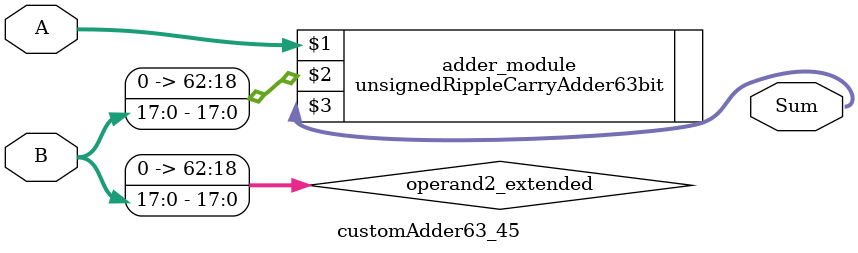
<source format=v>
module customAdder63_45(
                        input [62 : 0] A,
                        input [17 : 0] B,
                        
                        output [63 : 0] Sum
                );

        wire [62 : 0] operand2_extended;
        
        assign operand2_extended =  {45'b0, B};
        
        unsignedRippleCarryAdder63bit adder_module(
            A,
            operand2_extended,
            Sum
        );
        
        endmodule
        
</source>
